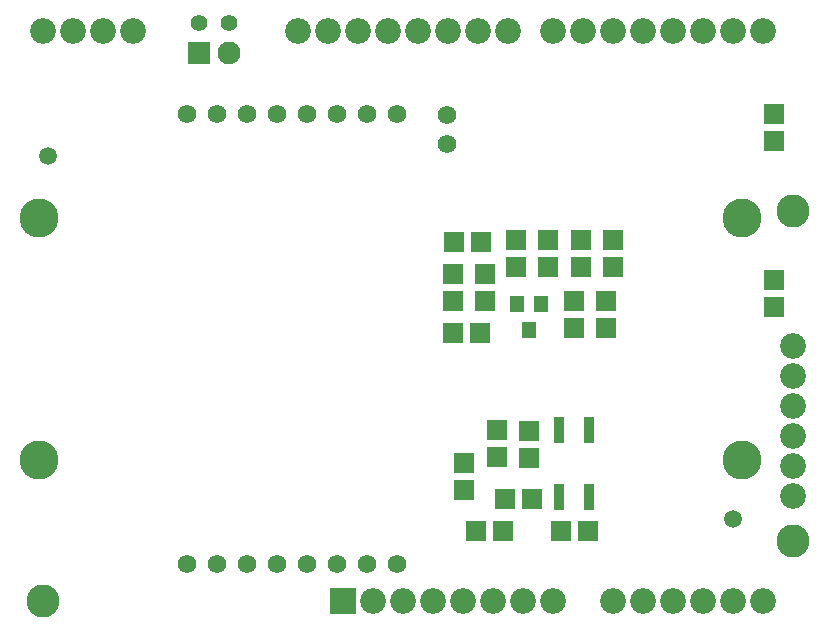
<source format=gbr>
G04 GERBER ASCII OUTPUT FROM: EDWINXP (VER. 1.61 REV. 20080915)*
G04 GERBER FORMAT: RX-274-X*
G04 BOARD: AMICUS_SMARTCARD*
G04 ARTWORK OF COMP.MASK POSITIVE*
%ASAXBY*%
%FSLAX23Y23*%
%MIA0B0*%
%MOIN*%
%OFA0.0000B0.0000*%
%SFA1B1*%
%IJA0B0*%
%INLAYER1POS*%
%IOA0B0*%
%IPPOS*%
%IR0*%
G04 APERTURE MACROS*
%AMEDWDONUT*
1,1,$1,$2,$3*
1,0,$4,$2,$3*
%
%AMEDWFRECT*
20,1,$1,$2,$3,$4,$5,$6*
%
%AMEDWORECT*
20,1,$1,$2,$3,$4,$5,$10*
20,1,$1,$4,$5,$6,$7,$10*
20,1,$1,$6,$7,$8,$9,$10*
20,1,$1,$8,$9,$2,$3,$10*
1,1,$1,$2,$3*
1,1,$1,$4,$5*
1,1,$1,$6,$7*
1,1,$1,$8,$9*
%
%AMEDWLINER*
20,1,$1,$2,$3,$4,$5,$6*
1,1,$1,$2,$3*
1,1,$1,$4,$5*
%
%AMEDWFTRNG*
4,1,3,$1,$2,$3,$4,$5,$6,$7,$8,$9*
%
%AMEDWATRNG*
4,1,3,$1,$2,$3,$4,$5,$6,$7,$8,$9*
20,1,$11,$1,$2,$3,$4,$10*
20,1,$11,$3,$4,$5,$6,$10*
20,1,$11,$5,$6,$7,$8,$10*
1,1,$11,$3,$4*
1,1,$11,$5,$6*
1,1,$11,$7,$8*
%
%AMEDWOTRNG*
20,1,$1,$2,$3,$4,$5,$8*
20,1,$1,$4,$5,$6,$7,$8*
20,1,$1,$6,$7,$2,$3,$8*
1,1,$1,$2,$3*
1,1,$1,$4,$5*
1,1,$1,$6,$7*
%
G04*
G04 APERTURE LIST*
%ADD10R,0.0650X0.0700*%
%ADD11R,0.0890X0.0940*%
%ADD12R,0.0550X0.0600*%
%ADD13R,0.0790X0.0840*%
%ADD14R,0.0700X0.0650*%
%ADD15R,0.0940X0.0890*%
%ADD16R,0.0600X0.0550*%
%ADD17R,0.0840X0.0790*%
%ADD18R,0.0350X0.0900*%
%ADD19R,0.0590X0.1140*%
%ADD20R,0.0250X0.0800*%
%ADD21R,0.0490X0.1040*%
%ADD22R,0.0760X0.0760*%
%ADD23R,0.1000X0.1000*%
%ADD24R,0.0600X0.0600*%
%ADD25R,0.0840X0.0840*%
%ADD26R,0.0500X0.0580*%
%ADD27R,0.0740X0.0820*%
%ADD28R,0.0400X0.0480*%
%ADD29R,0.0640X0.0720*%
%ADD30R,0.04724X0.06693*%
%ADD31R,0.07124X0.09093*%
%ADD32R,0.03937X0.05906*%
%ADD33R,0.06337X0.08306*%
%ADD34R,0.0860X0.0860*%
%ADD35R,0.1100X0.1100*%
%ADD36R,0.0700X0.0700*%
%ADD37R,0.0940X0.0940*%
%ADD38C,0.00039*%
%ADD40C,0.0010*%
%ADD42C,0.00118*%
%ADD44C,0.0020*%
%ADD45R,0.0020X0.0020*%
%ADD46C,0.0030*%
%ADD47R,0.0030X0.0030*%
%ADD48C,0.0040*%
%ADD49R,0.0040X0.0040*%
%ADD50C,0.0050*%
%ADD51R,0.0050X0.0050*%
%ADD52C,0.00512*%
%ADD53R,0.00512X0.00512*%
%ADD54C,0.00551*%
%ADD55R,0.00551X0.00551*%
%ADD56C,0.00591*%
%ADD57R,0.00591X0.00591*%
%ADD58C,0.00659*%
%ADD59R,0.00659X0.00659*%
%ADD60C,0.00669*%
%ADD62C,0.00787*%
%ADD63R,0.00787X0.00787*%
%ADD64C,0.00799*%
%ADD66C,0.0080*%
%ADD68C,0.00984*%
%ADD69R,0.00984X0.00984*%
%ADD70C,0.0100*%
%ADD71R,0.0100X0.0100*%
%ADD72C,0.01181*%
%ADD74C,0.0120*%
%ADD76C,0.0130*%
%ADD78C,0.0150*%
%ADD79R,0.0150X0.0150*%
%ADD80C,0.01575*%
%ADD82C,0.0160*%
%ADD83R,0.0160X0.0160*%
%ADD84C,0.01698*%
%ADD85R,0.01698X0.01698*%
%ADD86C,0.01797*%
%ADD87R,0.01797X0.01797*%
%ADD88C,0.01895*%
%ADD89R,0.01895X0.01895*%
%ADD90C,0.01969*%
%ADD91R,0.01969X0.01969*%
%ADD92C,0.01994*%
%ADD93R,0.01994X0.01994*%
%ADD94C,0.0200*%
%ADD96C,0.02092*%
%ADD97R,0.02092X0.02092*%
%ADD98C,0.02191*%
%ADD99R,0.02191X0.02191*%
%ADD100C,0.02289*%
%ADD101R,0.02289X0.02289*%
%ADD102C,0.02387*%
%ADD103R,0.02387X0.02387*%
%ADD104C,0.0240*%
%ADD105R,0.0240X0.0240*%
%ADD106C,0.0240*%
%ADD107R,0.0240X0.0240*%
%ADD108C,0.02486*%
%ADD109R,0.02486X0.02486*%
%ADD110C,0.0250*%
%ADD111R,0.0250X0.0250*%
%ADD112C,0.02584*%
%ADD113R,0.02584X0.02584*%
%ADD114C,0.02683*%
%ADD115R,0.02683X0.02683*%
%ADD116C,0.0290*%
%ADD117R,0.0290X0.0290*%
%ADD118C,0.02912*%
%ADD119R,0.02912X0.02912*%
%ADD120C,0.02951*%
%ADD121R,0.02951X0.02951*%
%ADD122C,0.02978*%
%ADD123R,0.02978X0.02978*%
%ADD124C,0.02991*%
%ADD125R,0.02991X0.02991*%
%ADD126C,0.0300*%
%ADD127R,0.0300X0.0300*%
%ADD128C,0.03059*%
%ADD129R,0.03059X0.03059*%
%ADD130C,0.03069*%
%ADD131R,0.03069X0.03069*%
%ADD132C,0.03076*%
%ADD133R,0.03076X0.03076*%
%ADD134C,0.03175*%
%ADD135R,0.03175X0.03175*%
%ADD136C,0.03199*%
%ADD137R,0.03199X0.03199*%
%ADD138C,0.0320*%
%ADD139R,0.0320X0.0320*%
%ADD140C,0.0347*%
%ADD141R,0.0347X0.0347*%
%ADD142C,0.0350*%
%ADD143R,0.0350X0.0350*%
%ADD144C,0.03569*%
%ADD145R,0.03569X0.03569*%
%ADD146C,0.0360*%
%ADD148C,0.03667*%
%ADD149R,0.03667X0.03667*%
%ADD150C,0.0370*%
%ADD152C,0.03765*%
%ADD153R,0.03765X0.03765*%
%ADD154C,0.0390*%
%ADD155R,0.0390X0.0390*%
%ADD156C,0.03937*%
%ADD157R,0.03937X0.03937*%
%ADD158C,0.03975*%
%ADD160C,0.0400*%
%ADD161R,0.0400X0.0400*%
%ADD162C,0.04061*%
%ADD163R,0.04061X0.04061*%
%ADD164C,0.04159*%
%ADD165R,0.04159X0.04159*%
%ADD166C,0.04173*%
%ADD167R,0.04173X0.04173*%
%ADD168C,0.04257*%
%ADD169R,0.04257X0.04257*%
%ADD170C,0.0440*%
%ADD172C,0.0450*%
%ADD173R,0.0450X0.0450*%
%ADD174C,0.04651*%
%ADD175R,0.04651X0.04651*%
%ADD176C,0.0470*%
%ADD177R,0.0470X0.0470*%
%ADD178C,0.04724*%
%ADD179R,0.04724X0.04724*%
%ADD180C,0.0490*%
%ADD181R,0.0490X0.0490*%
%ADD182C,0.0500*%
%ADD183R,0.0500X0.0500*%
%ADD184C,0.05045*%
%ADD185R,0.05045X0.05045*%
%ADD186C,0.05118*%
%ADD187R,0.05118X0.05118*%
%ADD188C,0.05143*%
%ADD189R,0.05143X0.05143*%
%ADD190C,0.05512*%
%ADD191R,0.05512X0.05512*%
%ADD192C,0.0560*%
%ADD194C,0.0570*%
%ADD195R,0.0570X0.0570*%
%ADD196C,0.0590*%
%ADD197R,0.0590X0.0590*%
%ADD198C,0.05906*%
%ADD199R,0.05906X0.05906*%
%ADD200C,0.05931*%
%ADD201R,0.05931X0.05931*%
%ADD202C,0.0600*%
%ADD203R,0.0600X0.0600*%
%ADD204C,0.06029*%
%ADD205R,0.06029X0.06029*%
%ADD206C,0.0620*%
%ADD208C,0.06201*%
%ADD209R,0.06201X0.06201*%
%ADD210C,0.06324*%
%ADD211R,0.06324X0.06324*%
%ADD212C,0.06337*%
%ADD213R,0.06337X0.06337*%
%ADD214C,0.0650*%
%ADD215R,0.0650X0.0650*%
%ADD216C,0.06512*%
%ADD217R,0.06512X0.06512*%
%ADD218C,0.06693*%
%ADD219R,0.06693X0.06693*%
%ADD220C,0.0690*%
%ADD221R,0.0690X0.0690*%
%ADD222C,0.06906*%
%ADD223R,0.06906X0.06906*%
%ADD224C,0.0700*%
%ADD225R,0.0700X0.0700*%
%ADD226C,0.0710*%
%ADD227R,0.0710X0.0710*%
%ADD228C,0.07124*%
%ADD229R,0.07124X0.07124*%
%ADD230C,0.0740*%
%ADD231R,0.0740X0.0740*%
%ADD232C,0.0750*%
%ADD233R,0.0750X0.0750*%
%ADD234C,0.07598*%
%ADD236C,0.0760*%
%ADD237R,0.0760X0.0760*%
%ADD238C,0.07874*%
%ADD240C,0.07912*%
%ADD242C,0.0800*%
%ADD243R,0.0800X0.0800*%
%ADD244C,0.0810*%
%ADD245R,0.0810X0.0810*%
%ADD246C,0.08306*%
%ADD247R,0.08306X0.08306*%
%ADD248C,0.0840*%
%ADD249R,0.0840X0.0840*%
%ADD250C,0.08598*%
%ADD251R,0.08598X0.08598*%
%ADD252C,0.0860*%
%ADD253R,0.0860X0.0860*%
%ADD254C,0.08601*%
%ADD255R,0.08601X0.08601*%
%ADD256C,0.0870*%
%ADD257R,0.0870X0.0870*%
%ADD258C,0.0890*%
%ADD259R,0.0890X0.0890*%
%ADD260C,0.0900*%
%ADD261R,0.0900X0.0900*%
%ADD262C,0.09093*%
%ADD263R,0.09093X0.09093*%
%ADD264C,0.0940*%
%ADD265R,0.0940X0.0940*%
%ADD266C,0.0970*%
%ADD267R,0.0970X0.0970*%
%ADD268C,0.09843*%
%ADD269R,0.09843X0.09843*%
%ADD270C,0.0990*%
%ADD271R,0.0990X0.0990*%
%ADD272C,0.09998*%
%ADD274C,0.1000*%
%ADD275R,0.1000X0.1000*%
%ADD276C,0.10274*%
%ADD277R,0.10274X0.10274*%
%ADD278C,0.1040*%
%ADD279R,0.1040X0.1040*%
%ADD280C,0.10998*%
%ADD281R,0.10998X0.10998*%
%ADD282C,0.1100*%
%ADD283R,0.1100X0.1100*%
%ADD284C,0.1110*%
%ADD285R,0.1110X0.1110*%
%ADD286C,0.1120*%
%ADD287R,0.1120X0.1120*%
%ADD288C,0.1140*%
%ADD289R,0.1140X0.1140*%
%ADD290C,0.1150*%
%ADD291R,0.1150X0.1150*%
%ADD292C,0.1200*%
%ADD293R,0.1200X0.1200*%
%ADD294C,0.1210*%
%ADD295R,0.1210X0.1210*%
%ADD296C,0.1240*%
%ADD297R,0.1240X0.1240*%
%ADD298C,0.1250*%
%ADD299R,0.1250X0.1250*%
%ADD300C,0.12992*%
%ADD301R,0.12992X0.12992*%
%ADD302C,0.1300*%
%ADD303R,0.1300X0.1300*%
%ADD304C,0.1340*%
%ADD305R,0.1340X0.1340*%
%ADD306C,0.1390*%
%ADD307R,0.1390X0.1390*%
%ADD308C,0.1420*%
%ADD309R,0.1420X0.1420*%
%ADD310C,0.1440*%
%ADD311R,0.1440X0.1440*%
%ADD312C,0.1490*%
%ADD313R,0.1490X0.1490*%
%ADD314C,0.1520*%
%ADD315R,0.1520X0.1520*%
%ADD316C,0.15374*%
%ADD317R,0.15374X0.15374*%
%ADD318C,0.1540*%
%ADD319R,0.1540X0.1540*%
%ADD320C,0.1660*%
%ADD321R,0.1660X0.1660*%
%ADD322C,0.17323*%
%ADD324C,0.1760*%
%ADD325R,0.1760X0.1760*%
%ADD326C,0.17774*%
%ADD327R,0.17774X0.17774*%
%ADD328C,0.18504*%
%ADD330C,0.18898*%
%ADD332C,0.20904*%
%ADD334C,0.2126*%
%ADD336C,0.21298*%
%ADD338C,0.22835*%
%ADD341R,0.23622X0.23622*%
%ADD343R,0.24937X0.24937*%
%ADD345R,0.26022X0.26022*%
%ADD347R,0.27337X0.27337*%
%ADD349R,0.31496X0.31496*%
%ADD351R,0.32811X0.32811*%
%ADD353R,0.33896X0.33896*%
%ADD355R,0.35211X0.35211*%
%ADD356C,0.45211*%
%ADD357R,0.45211X0.45211*%
%ADD358C,0.55211*%
%ADD359R,0.55211X0.55211*%
%ADD360C,0.65211*%
%ADD361R,0.65211X0.65211*%
%ADD362C,0.75211*%
%ADD363R,0.75211X0.75211*%
%ADD364C,0.85211*%
%ADD365R,0.85211X0.85211*%
%ADD366C,0.95211*%
%ADD367R,0.95211X0.95211*%
%ADD368C,1.05211*%
%ADD369R,1.05211X1.05211*%
%ADD370C,1.15211*%
%ADD371R,1.15211X1.15211*%
%ADD372C,1.25211*%
%ADD373R,1.25211X1.25211*%
%ADD374C,1.35211*%
%ADD375R,1.35211X1.35211*%
%ADD376C,1.45211*%
%ADD377R,1.45211X1.45211*%
%ADD378C,1.55211*%
%ADD379R,1.55211X1.55211*%
%ADD380C,1.65211*%
%ADD381R,1.65211X1.65211*%
%ADD382C,1.75211*%
%ADD383R,1.75211X1.75211*%
%ADD384C,1.85211*%
%ADD385R,1.85211X1.85211*%
%ADD386C,1.95211*%
%ADD387R,1.95211X1.95211*%
G04*
D10* 
X1506Y472D02*D03*
X1506Y562D02*D03*
D14* 
X1471Y1299D02*D03*
X1561Y1299D02*D03*
D10* 
X1678Y1304D02*D03*
X1678Y1214D02*D03*
X1467Y1101D02*D03*
X1467Y1191D02*D03*
X2003Y1214D02*D03*
X2003Y1304D02*D03*
D14* 
X1544Y335D02*D03*
X1634Y335D02*D03*
D10* 
X1870Y1102D02*D03*
X1870Y1012D02*D03*
D252*
X2600Y950D02*D03*
X2600Y850D02*D03*
X2600Y750D02*D03*
X2600Y650D02*D03*
X2600Y550D02*D03*
X2600Y450D02*D03*
X1800Y2000D02*D03*
X1900Y2000D02*D03*
X2000Y2000D02*D03*
X2100Y2000D02*D03*
X2200Y2000D02*D03*
X2300Y2000D02*D03*
X2400Y2000D02*D03*
X2500Y2000D02*D03*
X1300Y100D02*D03*
X1400Y100D02*D03*
X1500Y100D02*D03*
X1600Y100D02*D03*
X1700Y100D02*D03*
X1800Y100D02*D03*
X950Y2000D02*D03*
X1050Y2000D02*D03*
X1150Y2000D02*D03*
X1250Y2000D02*D03*
X1350Y2000D02*D03*
X1450Y2000D02*D03*
X1550Y2000D02*D03*
X1650Y2000D02*D03*
X2000Y100D02*D03*
X2100Y100D02*D03*
X2200Y100D02*D03*
X2300Y100D02*D03*
X2400Y100D02*D03*
X2500Y100D02*D03*
D206*
X581Y226D02*D03*
X681Y226D02*D03*
X781Y226D02*D03*
X881Y226D02*D03*
X981Y226D02*D03*
X1081Y226D02*D03*
X1181Y226D02*D03*
X1281Y226D02*D03*
X1281Y1726D02*D03*
X1181Y1726D02*D03*
X1081Y1726D02*D03*
X981Y1726D02*D03*
X881Y1726D02*D03*
X781Y1726D02*D03*
X681Y1726D02*D03*
X581Y1726D02*D03*
X1447Y1722D02*D03*
X1447Y1624D02*D03*
D198*
X2402Y374D02*D03*
X118Y1585D02*D03*
D302*
X89Y571D02*D03*
X89Y1378D02*D03*
X2431Y1378D02*D03*
X2431Y571D02*D03*
D18* 
X1821Y448D02*D03*
X1921Y448D02*D03*
X1921Y673D02*D03*
X1821Y673D02*D03*
D22* 
X620Y1929D02*D03*
D236*
X720Y1929D02*D03*
D190*
X720Y2029D02*D03*
X620Y2029D02*D03*
D10* 
X2539Y1173D02*D03*
X2539Y1083D02*D03*
X1978Y1012D02*D03*
X1978Y1102D02*D03*
D14* 
X1829Y335D02*D03*
X1919Y335D02*D03*
D10* 
X1895Y1304D02*D03*
X1895Y1214D02*D03*
D14* 
X1467Y994D02*D03*
X1557Y994D02*D03*
D26* 
X1763Y1093D02*D03*
X1683Y1093D02*D03*
X1723Y1005D02*D03*
D10* 
X1722Y579D02*D03*
X1722Y669D02*D03*
D14* 
X1642Y443D02*D03*
X1732Y443D02*D03*
D10* 
X2539Y1724D02*D03*
X2539Y1634D02*D03*
X1786Y1304D02*D03*
X1786Y1214D02*D03*
X1614Y581D02*D03*
X1614Y671D02*D03*
X1575Y1101D02*D03*
X1575Y1191D02*D03*
D252*
X100Y2000D02*D03*
X200Y2000D02*D03*
X300Y2000D02*D03*
X400Y2000D02*D03*
D34* 
X1100Y100D02*D03*
D252*
X1200Y100D02*D03*
D282*
X100Y100D02*D03*
X2600Y1400D02*D03*
X2600Y300D02*D03*
M02*

</source>
